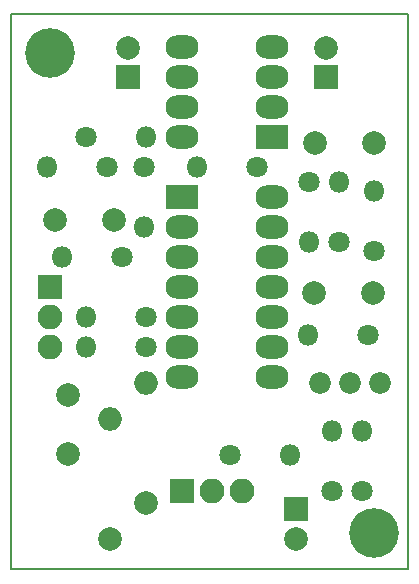
<source format=gbr>
G04 #@! TF.GenerationSoftware,KiCad,Pcbnew,5.1.5-52549c5~84~ubuntu19.10.1*
G04 #@! TF.CreationDate,2020-04-03T18:50:05+02:00*
G04 #@! TF.ProjectId,OpenEMG2,4f70656e-454d-4473-922e-6b696361645f,G*
G04 #@! TF.SameCoordinates,Original*
G04 #@! TF.FileFunction,Soldermask,Bot*
G04 #@! TF.FilePolarity,Negative*
%FSLAX46Y46*%
G04 Gerber Fmt 4.6, Leading zero omitted, Abs format (unit mm)*
G04 Created by KiCad (PCBNEW 5.1.5-52549c5~84~ubuntu19.10.1) date 2020-04-03 18:50:05*
%MOMM*%
%LPD*%
G04 APERTURE LIST*
%ADD10C,0.150000*%
%ADD11C,2.000000*%
%ADD12C,1.840000*%
%ADD13O,1.800000X1.800000*%
%ADD14C,1.800000*%
%ADD15O,2.000000X2.000000*%
%ADD16R,2.000000X2.000000*%
%ADD17O,2.100000X2.100000*%
%ADD18R,2.100000X2.100000*%
%ADD19O,2.800000X2.000000*%
%ADD20R,2.800000X2.000000*%
%ADD21C,4.200000*%
G04 APERTURE END LIST*
D10*
X19050000Y-19050000D02*
X19050000Y-66040000D01*
X52705000Y-19050000D02*
X19050000Y-19050000D01*
X52705000Y-66040000D02*
X52705000Y-19050000D01*
X19050000Y-66040000D02*
X52705000Y-66040000D01*
D11*
X44784000Y-29972000D03*
X49784000Y-29972000D03*
X49704000Y-42672000D03*
X44704000Y-42672000D03*
X22813000Y-36449000D03*
X27813000Y-36449000D03*
X23876000Y-56308000D03*
X23876000Y-51308000D03*
D12*
X45212000Y-50292000D03*
X47752000Y-50292000D03*
X50292000Y-50292000D03*
D13*
X42672000Y-56388000D03*
D14*
X37592000Y-56388000D03*
D13*
X48768000Y-54356000D03*
D14*
X48768000Y-59436000D03*
D13*
X44196000Y-46228000D03*
D14*
X49276000Y-46228000D03*
D13*
X44323000Y-38354000D03*
D14*
X44323000Y-33274000D03*
D13*
X46863000Y-33274000D03*
D14*
X46863000Y-38354000D03*
D13*
X49784000Y-34036000D03*
D14*
X49784000Y-39116000D03*
D13*
X34798000Y-32004000D03*
D14*
X39878000Y-32004000D03*
D13*
X30353000Y-37084000D03*
D14*
X30353000Y-32004000D03*
D13*
X22098000Y-32004000D03*
D14*
X27178000Y-32004000D03*
D13*
X30480000Y-29464000D03*
D14*
X25400000Y-29464000D03*
D13*
X23368000Y-39624000D03*
D14*
X28448000Y-39624000D03*
D15*
X30480000Y-50292000D03*
D11*
X30480000Y-60452000D03*
D15*
X27432000Y-53340000D03*
D11*
X27432000Y-63500000D03*
D13*
X25400000Y-44704000D03*
D14*
X30480000Y-44704000D03*
D13*
X25400000Y-47244000D03*
D14*
X30480000Y-47244000D03*
D13*
X46228000Y-54356000D03*
D14*
X46228000Y-59436000D03*
D11*
X43180000Y-63460000D03*
D16*
X43180000Y-60960000D03*
D11*
X28956000Y-21884000D03*
D16*
X28956000Y-24384000D03*
D11*
X45720000Y-21884000D03*
D16*
X45720000Y-24384000D03*
D17*
X38608000Y-59436000D03*
X36068000Y-59436000D03*
D18*
X33528000Y-59436000D03*
D17*
X22352000Y-47244000D03*
X22352000Y-44704000D03*
D18*
X22352000Y-42164000D03*
D19*
X33528000Y-29464000D03*
X41148000Y-21844000D03*
X33528000Y-26924000D03*
X41148000Y-24384000D03*
X33528000Y-24384000D03*
X41148000Y-26924000D03*
X33528000Y-21844000D03*
D20*
X41148000Y-29464000D03*
D19*
X41148000Y-34544000D03*
X33528000Y-49784000D03*
X41148000Y-37084000D03*
X33528000Y-47244000D03*
X41148000Y-39624000D03*
X33528000Y-44704000D03*
X41148000Y-42164000D03*
X33528000Y-42164000D03*
X41148000Y-44704000D03*
X33528000Y-39624000D03*
X41148000Y-47244000D03*
X33528000Y-37084000D03*
X41148000Y-49784000D03*
D20*
X33528000Y-34544000D03*
D21*
X49784000Y-62992000D03*
X22352000Y-22352000D03*
M02*

</source>
